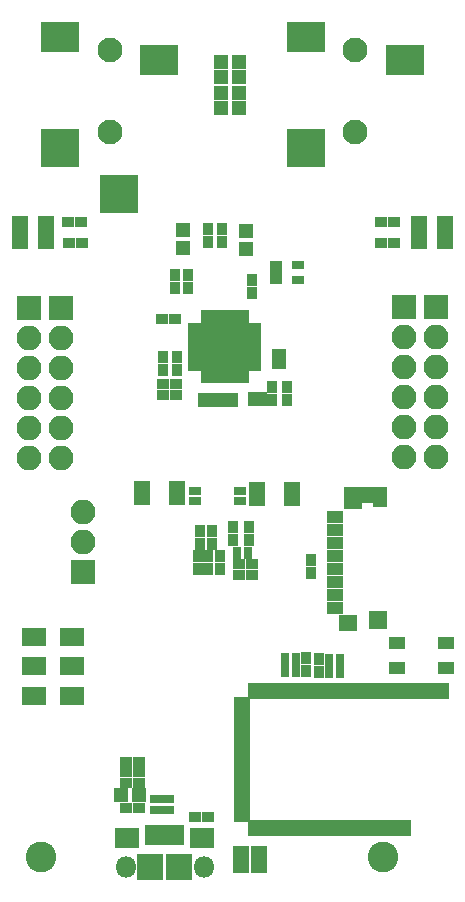
<source format=gbr>
G04 #@! TF.FileFunction,Soldermask,Top*
%FSLAX46Y46*%
G04 Gerber Fmt 4.6, Leading zero omitted, Abs format (unit mm)*
G04 Created by KiCad (PCBNEW 4.0.6) date Friday, April 06, 2018 'AMt' 10:50:20 AM*
%MOMM*%
%LPD*%
G01*
G04 APERTURE LIST*
%ADD10C,0.100000*%
%ADD11R,1.000000X1.400000*%
%ADD12R,1.400000X1.000000*%
%ADD13C,2.600000*%
%ADD14R,1.400000X2.000000*%
%ADD15R,1.432000X0.900000*%
%ADD16R,1.432000X1.022000*%
%ADD17R,1.200000X1.150000*%
%ADD18R,1.150000X1.200000*%
%ADD19R,0.600000X1.150000*%
%ADD20R,1.150000X0.600000*%
%ADD21R,2.300000X2.300000*%
%ADD22R,3.200000X3.200000*%
%ADD23R,3.200000X2.600000*%
%ADD24C,2.100000*%
%ADD25R,0.900000X1.000000*%
%ADD26R,1.000000X0.900000*%
%ADD27R,1.000000X0.800000*%
%ADD28R,0.830000X0.680000*%
%ADD29R,0.680000X0.830000*%
%ADD30O,1.800000X1.800000*%
%ADD31R,2.000000X1.800000*%
%ADD32R,0.800000X1.750000*%
%ADD33R,0.800000X1.000000*%
%ADD34R,1.450000X1.050000*%
%ADD35R,2.100000X2.100000*%
%ADD36O,2.100000X2.100000*%
%ADD37R,1.400000X1.200000*%
%ADD38R,2.000000X1.600000*%
%ADD39R,1.050000X0.800000*%
%ADD40R,1.400000X1.100000*%
%ADD41R,1.600000X1.400000*%
%ADD42R,1.600000X1.550000*%
%ADD43R,1.600000X1.850000*%
%ADD44R,1.100000X1.400000*%
%ADD45R,1.300000X1.800000*%
G04 APERTURE END LIST*
D10*
D11*
X151650000Y-104180000D03*
X150850000Y-104180000D03*
X150050000Y-104180000D03*
X149250000Y-104180000D03*
X148450000Y-104180000D03*
X147650000Y-104180000D03*
X146850000Y-104180000D03*
X146050000Y-104180000D03*
X145250000Y-104180000D03*
X144450000Y-104180000D03*
X143650000Y-104180000D03*
X142850000Y-104180000D03*
X142050000Y-104180000D03*
X141250000Y-104180000D03*
X140450000Y-104180000D03*
X139650000Y-104180000D03*
X138850000Y-104180000D03*
X138050000Y-104180000D03*
X137250000Y-104180000D03*
X136450000Y-104180000D03*
X135650000Y-104180000D03*
D12*
X134650000Y-105180000D03*
X134650000Y-105980000D03*
X134650000Y-106780000D03*
X134650000Y-107580000D03*
X134650000Y-108380000D03*
X134650000Y-109180000D03*
X134650000Y-109980000D03*
X134650000Y-110780000D03*
X134650000Y-111580000D03*
X134650000Y-112380000D03*
X134650000Y-113180000D03*
X134650000Y-113980000D03*
X134650000Y-114780000D03*
D11*
X135650000Y-115780000D03*
X136450000Y-115780000D03*
X137250000Y-115780000D03*
X138050000Y-115780000D03*
X138850000Y-115780000D03*
X139650000Y-115780000D03*
X140450000Y-115780000D03*
X141250000Y-115780000D03*
X142050000Y-115780000D03*
X142850000Y-115780000D03*
X143650000Y-115780000D03*
X144450000Y-115780000D03*
X145250000Y-115780000D03*
X146050000Y-115780000D03*
X146850000Y-115780000D03*
X147650000Y-115780000D03*
X148450000Y-115780000D03*
D13*
X117600000Y-118230000D03*
D14*
X126150000Y-87430000D03*
X129150000Y-87430000D03*
X138900000Y-87480000D03*
X135900000Y-87480000D03*
D15*
X115814200Y-65368000D03*
X118022200Y-65368000D03*
D16*
X115814200Y-66252000D03*
X115814200Y-64484000D03*
X118022200Y-64484000D03*
X118022200Y-66252000D03*
D17*
X132900000Y-53530000D03*
X134400000Y-53530000D03*
X132900000Y-52230000D03*
X134400000Y-52230000D03*
X134400000Y-54830000D03*
X132900000Y-54830000D03*
D18*
X135025000Y-66730000D03*
X135025000Y-65230000D03*
X129650000Y-65155000D03*
X129650000Y-66655000D03*
D17*
X134400000Y-50930000D03*
X132900000Y-50930000D03*
D19*
X131394600Y-77547000D03*
X131794600Y-77547000D03*
X132194600Y-77547000D03*
X132594600Y-77547000D03*
X132994600Y-77547000D03*
X133394600Y-77547000D03*
X133794600Y-77547000D03*
X134194600Y-77547000D03*
X134594600Y-77547000D03*
X134994600Y-77547000D03*
D20*
X135694600Y-76847000D03*
X135694600Y-76447000D03*
X135694600Y-76047000D03*
X135694600Y-75647000D03*
X135694600Y-75247000D03*
X135694600Y-74847000D03*
X135694600Y-74447000D03*
X135694600Y-74047000D03*
X135694600Y-73647000D03*
X135694600Y-73247000D03*
D19*
X134994600Y-72547000D03*
X134594600Y-72547000D03*
X134194600Y-72547000D03*
X133794600Y-72547000D03*
X133394600Y-72547000D03*
X132994600Y-72547000D03*
X132594600Y-72547000D03*
X132194600Y-72547000D03*
X131794600Y-72547000D03*
X131394600Y-72547000D03*
D20*
X130694600Y-73247000D03*
X130694600Y-73647000D03*
X130694600Y-74047000D03*
X130694600Y-74447000D03*
X130694600Y-74847000D03*
X130694600Y-75247000D03*
X130694600Y-75647000D03*
X130694600Y-76047000D03*
X130694600Y-76447000D03*
X130694600Y-76847000D03*
D21*
X134144600Y-74097000D03*
X132244600Y-74097000D03*
X134144600Y-75997000D03*
X132244600Y-75997000D03*
D15*
X151816467Y-65332529D03*
X149608467Y-65332529D03*
D16*
X151816467Y-64448529D03*
X151816467Y-66216529D03*
X149608467Y-66216529D03*
X149608467Y-64448529D03*
D22*
X124200000Y-62080000D03*
X119250000Y-58180000D03*
D23*
X127650000Y-50780000D03*
D24*
X123450000Y-56880000D03*
X123450000Y-49880000D03*
D23*
X119250000Y-48780000D03*
D22*
X140050000Y-58180000D03*
D23*
X148450000Y-50780000D03*
D24*
X144250000Y-56880000D03*
X144250000Y-49880000D03*
D23*
X140050000Y-48780000D03*
D25*
X135200000Y-90280000D03*
X135200000Y-91380000D03*
X129117900Y-75919400D03*
X129117900Y-77019400D03*
X128990900Y-68947100D03*
X128990900Y-70047100D03*
X137200600Y-79539300D03*
X137200600Y-78439300D03*
X138496000Y-79539300D03*
X138496000Y-78439300D03*
D26*
X129096400Y-79149100D03*
X127996400Y-79149100D03*
X129096400Y-78171200D03*
X127996400Y-78171200D03*
D25*
X128000300Y-75919400D03*
X128000300Y-77019400D03*
D26*
X129000000Y-72680000D03*
X127900000Y-72680000D03*
D25*
X130045000Y-70047100D03*
X130045000Y-68947100D03*
X135455200Y-70517000D03*
X135455200Y-69417000D03*
X132925000Y-66180000D03*
X132925000Y-65080000D03*
X131775000Y-66205000D03*
X131775000Y-65105000D03*
D26*
X125900000Y-114080000D03*
X124800000Y-114080000D03*
X146442266Y-64448531D03*
X147542266Y-64448531D03*
X146442266Y-66239231D03*
X147542266Y-66239231D03*
X121086800Y-66252000D03*
X119986800Y-66252000D03*
X121048700Y-64499400D03*
X119948700Y-64499400D03*
D27*
X130650000Y-87230000D03*
X130650000Y-88130000D03*
X134450000Y-87230000D03*
X134450000Y-88130000D03*
D28*
X131385000Y-79775000D03*
X131385000Y-79255000D03*
X133042200Y-79777400D03*
X133042200Y-79257400D03*
X133855000Y-79777400D03*
X133855000Y-79257400D03*
X135550000Y-79740000D03*
X135550000Y-79220000D03*
X136300000Y-79740000D03*
X136300000Y-79220000D03*
X132215000Y-79775000D03*
X132215000Y-79255000D03*
D29*
X138039300Y-75669300D03*
X137519300Y-75669300D03*
X138039300Y-76532900D03*
X137519300Y-76532900D03*
D25*
X132750000Y-92730000D03*
X132750000Y-93830000D03*
D26*
X134400000Y-94380000D03*
X135500000Y-94380000D03*
D25*
X130900000Y-92730000D03*
X130900000Y-93830000D03*
X131800000Y-92730000D03*
X131800000Y-93830000D03*
X131125000Y-91755000D03*
X131125000Y-90655000D03*
X132125000Y-91755000D03*
X132125000Y-90655000D03*
D30*
X124800000Y-119080000D03*
D21*
X129300000Y-119080000D03*
D31*
X131300000Y-116630000D03*
D32*
X126800000Y-116405000D03*
X127450000Y-116405000D03*
X129400000Y-116405000D03*
X128750000Y-116405000D03*
X128100000Y-116405000D03*
D31*
X124900000Y-116630000D03*
D21*
X126900000Y-119080000D03*
D30*
X131400000Y-119080000D03*
D33*
X135150000Y-92480000D03*
X134250000Y-92480000D03*
D27*
X127400000Y-114230000D03*
X127400000Y-113330000D03*
X128400000Y-114230000D03*
X128400000Y-113330000D03*
D34*
X147750000Y-100080000D03*
X151900000Y-100080000D03*
X147750000Y-102230000D03*
X151900000Y-102230000D03*
D35*
X121150000Y-94105000D03*
D36*
X121150000Y-91565000D03*
X121150000Y-89025000D03*
D25*
X140500000Y-93080000D03*
X140500000Y-94180000D03*
X141175000Y-101455000D03*
X141175000Y-102555000D03*
X140050000Y-101430000D03*
X140050000Y-102530000D03*
D37*
X134550000Y-117930000D03*
X136050000Y-117930000D03*
X136050000Y-119030000D03*
X134550000Y-119030000D03*
D35*
X151050000Y-71680000D03*
D36*
X151050000Y-74220000D03*
X151050000Y-76760000D03*
X151050000Y-79300000D03*
X151050000Y-81840000D03*
X151050000Y-84380000D03*
D35*
X116650000Y-71780000D03*
D36*
X116650000Y-74320000D03*
X116650000Y-76860000D03*
X116650000Y-79400000D03*
X116650000Y-81940000D03*
X116650000Y-84480000D03*
D33*
X142925000Y-102555000D03*
X142025000Y-102555000D03*
X138300000Y-102530000D03*
X139200000Y-102530000D03*
X142025000Y-101555000D03*
X142925000Y-101555000D03*
X139200000Y-101505000D03*
X138300000Y-101505000D03*
D26*
X134400000Y-93430000D03*
X135500000Y-93430000D03*
D25*
X133850000Y-91380000D03*
X133850000Y-90280000D03*
D38*
X120250000Y-102080000D03*
X117050000Y-102080000D03*
X120250000Y-104580000D03*
X117050000Y-104580000D03*
X117050000Y-99580000D03*
X120250000Y-99580000D03*
D26*
X124800000Y-111980000D03*
X125900000Y-111980000D03*
X124800000Y-111080000D03*
X125900000Y-111080000D03*
X124800000Y-110180000D03*
X125900000Y-110180000D03*
X130650000Y-114830000D03*
X131750000Y-114830000D03*
D17*
X124400000Y-113030000D03*
X125900000Y-113030000D03*
D35*
X119350000Y-71780000D03*
D36*
X119350000Y-74320000D03*
X119350000Y-76860000D03*
X119350000Y-79400000D03*
X119350000Y-81940000D03*
X119350000Y-84480000D03*
D39*
X137500000Y-68080000D03*
X137500000Y-69380000D03*
X137500000Y-68730000D03*
X139400000Y-69380000D03*
X139400000Y-68080000D03*
D13*
X146600000Y-118230000D03*
D35*
X148350000Y-71705000D03*
D36*
X148350000Y-74245000D03*
X148350000Y-76785000D03*
X148350000Y-79325000D03*
X148350000Y-81865000D03*
X148350000Y-84405000D03*
D40*
X142560000Y-89430000D03*
X142560000Y-90530000D03*
X142560000Y-91630000D03*
X142560000Y-92730000D03*
X142560000Y-93830000D03*
X142560000Y-94930000D03*
X142560000Y-96030000D03*
X142560000Y-97130000D03*
D41*
X143610000Y-98405000D03*
D42*
X146200000Y-98205000D03*
D43*
X144050000Y-87805000D03*
D44*
X145200000Y-87580000D03*
D45*
X146350000Y-87780000D03*
M02*

</source>
